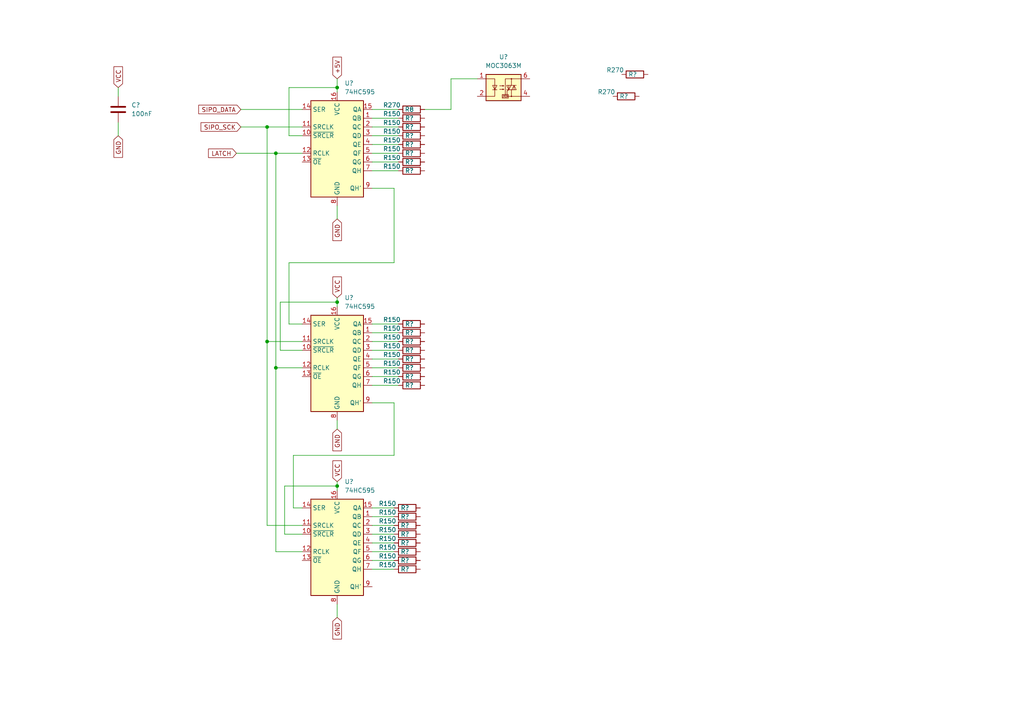
<source format=kicad_sch>
(kicad_sch (version 20250114) (generator "eeschema") (generator_version "9.0")
  (paper "A4")
  (lib_symbols
    (symbol "74xx:74HC595"
      (property "Reference" "U" (at -7.62 13.97 0))
      (property "Value" "74HC595" (at -7.62 -16.51 0))
      (symbol "74HC595_1_0"
        (pin input line (at -10.16 10.16 0) (length 2.54) (name "SER") (number "14"))
        (pin input line (at -10.16 5.08 0) (length 2.54) (name "SRCLK") (number "11"))
        (pin input line (at -10.16 2.54 0) (length 2.54) (name "~{SRCLR}") (number "10"))
        (pin input line (at -10.16 -2.54 0) (length 2.54) (name "RCLK") (number "12"))
        (pin input line (at -10.16 -5.08 0) (length 2.54) (name "~{OE}") (number "13"))
        (pin power_in line (at 0 15.24 270) (length 2.54) (name "VCC") (number "16"))
        (pin power_in line (at 0 -17.78 90) (length 2.54) (name "GND") (number "8"))
        (pin tri_state line (at 10.16 10.16 180) (length 2.54) (name "QA") (number "15"))
        (pin tri_state line (at 10.16 7.62 180) (length 2.54) (name "QB") (number "1"))
        (pin tri_state line (at 10.16 5.08 180) (length 2.54) (name "QC") (number "2"))
        (pin tri_state line (at 10.16 2.54 180) (length 2.54) (name "QD") (number "3"))
        (pin tri_state line (at 10.16 0 180) (length 2.54) (name "QE") (number "4"))
        (pin tri_state line (at 10.16 -2.54 180) (length 2.54) (name "QF") (number "5"))
        (pin tri_state line (at 10.16 -5.08 180) (length 2.54) (name "QG") (number "6"))
        (pin tri_state line (at 10.16 -7.62 180) (length 2.54) (name "QH") (number "7"))
        (pin output line (at 10.16 -12.7 180) (length 2.54) (name "QH'") (number "9"))
      )
      (symbol "74HC595_1_1"
        (rectangle (start -7.62 12.7) (end 7.62 -15.24) (stroke (width 0.254)) (fill (type background)))
      )
    )
    (symbol "Device:C" (pin_numbers (hide yes)) (pin_names (offset 0.254))
      (property "Reference" "C" (at 0.635 2.54 0))
      (property "Value" "C" (at 0.635 -2.54 0))
      (symbol "C_0_1"
        (polyline (pts (xy -2.032 0.762) (xy 2.032 0.762)) (stroke (width 0.508)))
        (polyline (pts (xy -2.032 -0.762) (xy 2.032 -0.762)) (stroke (width 0.508)))
      )
      (symbol "C_1_1"
        (pin passive line (at 0 3.81 270) (length 2.794) (name "~") (number "1"))
        (pin passive line (at 0 -3.81 90) (length 2.794) (name "~") (number "2"))
      )
    )
    (symbol "Device:R" (pin_numbers (hide yes)) (pin_names (offset 0))
      (property "Reference" "R" (at 2.032 0 90))
      (property "Value" "R" (at 0 0 90))
      (symbol "R_0_1"
        (rectangle (start -1.016 -2.54) (end 1.016 2.54) (stroke (width 0.254)))
      )
      (symbol "R_1_1"
        (pin passive line (at 0 3.81 270) (length 1.27) (name "~") (number "1"))
        (pin passive line (at 0 -3.81 90) (length 1.27) (name "~") (number "2"))
      )
    )
    (symbol "Relay_SolidState:MOC3063M"
      (property "Reference" "U" (at -5.08 5.08 0))
      (property "Value" "MOC3063M" (at 0 5.08 0))
      (symbol "MOC3063M_0_0"
        (rectangle (start -0.381 -2.032) (end 1.397 -3.048))
        (polyline (pts (xy 1.524 -0.635) (xy 1.016 -1.016) (xy 1.016 -2.032)))
        (polyline (pts (xy 2.286 -2.54) (xy 1.397 -2.54)))
        (text "ZCD" (at 0.508 -2.54 0) (effects (font (size 0.508 0.508))))
      )
      (symbol "MOC3063M_0_1"
        (rectangle (start -5.08 3.81) (end 5.08 -3.81) (stroke (width 0.254)) (fill (type background)))
        (polyline (pts (xy -5.08 2.54) (xy -2.54 2.54) (xy -2.54 -2.54) (xy -5.08 -2.54)))
        (polyline (pts (xy -3.175 -0.635) (xy -1.905 -0.635)))
        (polyline (pts (xy -2.54 -0.635) (xy -3.175 0.635) (xy -1.905 0.635) (xy -2.54 -0.635)))
        (polyline (pts (xy -1.143 0.508) (xy 0.127 0.508) (xy -0.254 0.381) (xy -0.254 0.635) (xy 0.127 0.508)))
        (polyline (pts (xy -1.143 -0.508) (xy 0.127 -0.508) (xy -0.254 -0.635) (xy -0.254 -0.381) (xy 0.127 -0.508)))
        (polyline (pts (xy 0.889 -0.635) (xy 3.683 -0.635) (xy 3.048 0.635) (xy 2.413 -0.635)))
        (polyline (pts (xy 1.524 -0.635) (xy 1.524 0.635)))
        (polyline (pts (xy 2.286 2.54) (xy 0.508 2.54) (xy 0.508 -2.032)))
        (circle (center 2.286 2.54) (radius 0.127))
        (polyline (pts (xy 2.286 0.635) (xy 2.286 2.54) (xy 5.08 2.54)))
        (polyline (pts (xy 2.286 -0.635) (xy 2.286 -2.54) (xy 5.08 -2.54)))
        (circle (center 2.286 -2.54) (radius 0.127))
        (polyline (pts (xy 3.048 0.635) (xy 3.048 -0.635)))
        (polyline (pts (xy 3.683 0.635) (xy 0.889 0.635) (xy 1.524 -0.635) (xy 2.159 0.635)))
      )
      (symbol "MOC3063M_1_1"
        (pin passive line (at -7.62 2.54 0) (length 2.54) (name "~") (number "1"))
        (pin passive line (at -7.62 -2.54 0) (length 2.54) (name "~") (number "2"))
        (pin no_connect line (at -5.08 0 0) (length 2.54) (hide yes) (name "NC") (number "3"))
        (pin no_connect line (at 5.08 0 180) (length 2.54) (hide yes) (name "NC") (number "5"))
        (pin passive line (at 7.62 2.54 180) (length 2.54) (name "~") (number "6"))
        (pin passive line (at 7.62 -2.54 180) (length 2.54) (name "~") (number "4"))
      )
    )
  )
  (junction (at 97.79 25.4))
  (junction (at 97.79 87.63))
  (junction (at 77.47 36.83))
  (junction (at 77.47 99.06))
  (junction (at 97.79 140.97))
  (junction (at 80.01 106.68))
  (junction (at 80.01 44.45))
  (wire (pts (xy 97.79 59.69) (xy 97.79 63.5)))
  (wire (pts (xy 130.81 22.86) (xy 138.43 22.86)))
  (wire (pts (xy 107.95 154.94) (xy 114.3 154.94)))
  (wire (pts (xy 83.82 93.98) (xy 87.63 93.98)))
  (wire (pts (xy 107.95 165.1) (xy 114.3 165.1)))
  (wire (pts (xy 87.63 106.68) (xy 80.01 106.68)))
  (wire (pts (xy 107.95 104.14) (xy 115.57 104.14)))
  (wire (pts (xy 107.95 93.98) (xy 115.57 93.98)))
  (wire (pts (xy 107.95 54.61) (xy 114.3 54.61)))
  (wire (pts (xy 107.95 152.4) (xy 114.3 152.4)))
  (wire (pts (xy 97.79 26.67) (xy 97.79 25.4)))
  (wire (pts (xy 107.95 96.52) (xy 115.57 96.52)))
  (wire (pts (xy 107.95 99.06) (xy 115.57 99.06)))
  (wire (pts (xy 81.28 87.63) (xy 97.79 87.63)))
  (wire (pts (xy 107.95 34.29) (xy 115.57 34.29)))
  (wire (pts (xy 97.79 25.4) (xy 97.79 22.86)))
  (wire (pts (xy 130.81 31.75) (xy 130.81 22.86)))
  (wire (pts (xy 107.95 111.76) (xy 115.57 111.76)))
  (wire (pts (xy 77.47 99.06) (xy 87.63 99.06)))
  (wire (pts (xy 80.01 160.02) (xy 80.01 106.68)))
  (wire (pts (xy 107.95 49.53) (xy 115.57 49.53)))
  (wire (pts (xy 34.29 25.4) (xy 34.29 27.94)))
  (wire (pts (xy 97.79 142.24) (xy 97.79 140.97)))
  (wire (pts (xy 34.29 35.56) (xy 34.29 39.37)))
  (wire (pts (xy 83.82 39.37) (xy 83.82 25.4)))
  (wire (pts (xy 107.95 147.32) (xy 114.3 147.32)))
  (wire (pts (xy 97.79 87.63) (xy 97.79 86.36)))
  (wire (pts (xy 80.01 44.45) (xy 68.58 44.45)))
  (wire (pts (xy 83.82 25.4) (xy 97.79 25.4)))
  (wire (pts (xy 87.63 101.6) (xy 81.28 101.6)))
  (wire (pts (xy 114.3 76.2) (xy 83.82 76.2)))
  (wire (pts (xy 87.63 154.94) (xy 82.55 154.94)))
  (wire (pts (xy 107.95 44.45) (xy 115.57 44.45)))
  (wire (pts (xy 83.82 76.2) (xy 83.82 93.98)))
  (wire (pts (xy 107.95 101.6) (xy 115.57 101.6)))
  (wire (pts (xy 97.79 140.97) (xy 97.79 139.7)))
  (wire (pts (xy 107.95 41.91) (xy 115.57 41.91)))
  (wire (pts (xy 107.95 116.84) (xy 114.3 116.84)))
  (wire (pts (xy 107.95 157.48) (xy 114.3 157.48)))
  (wire (pts (xy 80.01 106.68) (xy 80.01 44.45)))
  (wire (pts (xy 114.3 54.61) (xy 114.3 76.2)))
  (wire (pts (xy 123.19 31.75) (xy 130.81 31.75)))
  (wire (pts (xy 97.79 124.46) (xy 97.79 121.92)))
  (wire (pts (xy 82.55 140.97) (xy 97.79 140.97)))
  (wire (pts (xy 107.95 109.22) (xy 115.57 109.22)))
  (wire (pts (xy 87.63 147.32) (xy 85.09 147.32)))
  (wire (pts (xy 81.28 101.6) (xy 81.28 87.63)))
  (wire (pts (xy 107.95 46.99) (xy 115.57 46.99)))
  (wire (pts (xy 107.95 162.56) (xy 114.3 162.56)))
  (wire (pts (xy 97.79 88.9) (xy 97.79 87.63)))
  (wire (pts (xy 97.79 175.26) (xy 97.79 179.07)))
  (wire (pts (xy 77.47 36.83) (xy 87.63 36.83)))
  (wire (pts (xy 77.47 36.83) (xy 77.47 99.06)))
  (wire (pts (xy 114.3 116.84) (xy 114.3 132.08)))
  (wire (pts (xy 85.09 132.08) (xy 85.09 147.32)))
  (wire (pts (xy 77.47 152.4) (xy 87.63 152.4)))
  (wire (pts (xy 82.55 154.94) (xy 82.55 140.97)))
  (wire (pts (xy 114.3 132.08) (xy 85.09 132.08)))
  (wire (pts (xy 87.63 39.37) (xy 83.82 39.37)))
  (wire (pts (xy 69.85 36.83) (xy 77.47 36.83)))
  (wire (pts (xy 107.95 39.37) (xy 115.57 39.37)))
  (wire (pts (xy 107.95 160.02) (xy 114.3 160.02)))
  (wire (pts (xy 107.95 149.86) (xy 114.3 149.86)))
  (wire (pts (xy 107.95 36.83) (xy 115.57 36.83)))
  (wire (pts (xy 87.63 160.02) (xy 80.01 160.02)))
  (wire (pts (xy 87.63 44.45) (xy 80.01 44.45)))
  (wire (pts (xy 69.85 31.75) (xy 87.63 31.75)))
  (wire (pts (xy 107.95 106.68) (xy 115.57 106.68)))
  (wire (pts (xy 107.95 31.75) (xy 115.57 31.75)))
  (wire (pts (xy 77.47 99.06) (xy 77.47 152.4)))
  (global_label "GND" (shape input) (at 97.79 179.07 270) (property "Intersheetrefs" "${INTERSHEET_REFS}" (effects (hide yes))))
  (global_label "+5V" (shape input) (at 97.79 22.86 90) (property "Intersheetrefs" "${INTERSHEET_REFS}" (effects (hide yes))))
  (global_label "SIPO_DATA" (shape input) (at 69.85 31.75 180) (property "Intersheetrefs" "${INTERSHEET_REFS}" (effects (hide yes))))
  (global_label "VCC" (shape input) (at 34.29 25.4 90) (property "Intersheetrefs" "${INTERSHEET_REFS}" (effects (hide yes))))
  (global_label "SIPO_SCK" (shape input) (at 69.85 36.83 180) (property "Intersheetrefs" "${INTERSHEET_REFS}" (effects (hide yes))))
  (global_label "GND" (shape input) (at 97.79 63.5 270) (property "Intersheetrefs" "${INTERSHEET_REFS}" (effects (hide yes))))
  (global_label "VCC" (shape input) (at 97.79 139.7 90) (property "Intersheetrefs" "${INTERSHEET_REFS}" (effects (hide yes))))
  (global_label "GND" (shape input) (at 97.79 124.46 270) (property "Intersheetrefs" "${INTERSHEET_REFS}" (effects (hide yes))))
  (global_label "GND" (shape input) (at 34.29 39.37 270) (property "Intersheetrefs" "${INTERSHEET_REFS}" (effects (hide yes))))
  (global_label "VCC" (shape input) (at 97.79 86.36 90) (property "Intersheetrefs" "${INTERSHEET_REFS}" (effects (hide yes))))
  (global_label "LATCH" (shape input) (at 68.58 44.45 180) (property "Intersheetrefs" "${INTERSHEET_REFS}" (effects (hide yes))))
  (symbol (lib_id "Device:R") (at 119.38 93.98 90) (unit 1)
    (property "Reference" "R?" (at 118.745 93.98 90))
    (property "Value" "R150" (at 113.665 92.71 90))
    (property "Description" "Resistor" (effects (hide yes)))
  )
  (symbol (lib_id "Device:R") (at 119.38 41.91 90) (unit 1)
    (property "Reference" "R?" (at 118.745 41.91 90))
    (property "Value" "R150" (at 113.665 40.64 90))
    (property "Description" "Resistor" (effects (hide yes)))
  )
  (symbol (lib_id "Device:R") (at 118.11 160.02 90) (unit 1)
    (property "Reference" "R?" (at 117.475 160.02 90))
    (property "Value" "R150" (at 112.395 158.75 90))
    (property "Description" "Resistor" (effects (hide yes)))
  )
  (symbol (lib_id "Device:R") (at 119.38 34.29 90) (unit 1)
    (property "Reference" "R?" (at 118.745 34.29 90))
    (property "Value" "R150" (at 113.665 33.02 90))
    (property "Description" "Resistor" (effects (hide yes)))
  )
  (symbol (lib_id "74xx:74HC595") (at 97.79 104.14 0) (unit 1)
    (property "Reference" "U?" (at 99.9333 86.36 0) (effects (justify left)))
    (property "Value" "74HC595" (at 99.9333 88.9 0) (effects (justify left)))
    (property "Datasheet" "http://www.ti.com/lit/ds/symlink/sn74hc595.pdf" (effects (hide yes)))
    (property "Description" "8-bit serial in/out Shift Register 3-State Outputs" (effects (hide yes)))
  )
  (symbol (lib_id "Device:R") (at 119.38 31.75 90) (unit 1)
    (property "Reference" "R8" (at 118.745 31.75 90))
    (property "Value" "R270" (at 113.665 30.48 90))
    (property "Description" "Resistor" (effects (hide yes)))
  )
  (symbol (lib_id "Device:R") (at 119.38 106.68 90) (unit 1)
    (property "Reference" "R?" (at 118.745 106.68 90))
    (property "Value" "R150" (at 113.665 105.41 90))
    (property "Description" "Resistor" (effects (hide yes)))
  )
  (symbol (lib_id "Device:R") (at 119.38 49.53 90) (unit 1)
    (property "Reference" "R?" (at 118.745 49.53 90))
    (property "Value" "R150" (at 113.665 48.26 90))
    (property "Description" "Resistor" (effects (hide yes)))
  )
  (symbol (lib_id "Device:R") (at 118.11 147.32 90) (unit 1)
    (property "Reference" "R?" (at 117.475 147.32 90))
    (property "Value" "R150" (at 112.395 146.05 90))
    (property "Description" "Resistor" (effects (hide yes)))
  )
  (symbol (lib_id "Device:R") (at 118.11 157.48 90) (unit 1)
    (property "Reference" "R?" (at 117.475 157.48 90))
    (property "Value" "R150" (at 112.395 156.21 90))
    (property "Description" "Resistor" (effects (hide yes)))
  )
  (symbol (lib_id "Device:R") (at 118.11 165.1 90) (unit 1)
    (property "Reference" "R?" (at 117.475 165.1 90))
    (property "Value" "R150" (at 112.395 163.83 90))
    (property "Description" "Resistor" (effects (hide yes)))
  )
  (symbol (lib_id "74xx:74HC595") (at 97.79 41.91 0) (unit 1)
    (property "Reference" "U?" (at 99.9333 24.13 0) (effects (justify left)))
    (property "Value" "74HC595" (at 99.9333 26.67 0) (effects (justify left)))
    (property "Datasheet" "http://www.ti.com/lit/ds/symlink/sn74hc595.pdf" (effects (hide yes)))
    (property "Description" "8-bit serial in/out Shift Register 3-State Outputs" (effects (hide yes)))
  )
  (symbol (lib_id "Device:R") (at 119.38 101.6 90) (unit 1)
    (property "Reference" "R?" (at 118.745 101.6 90))
    (property "Value" "R150" (at 113.665 100.33 90))
    (property "Description" "Resistor" (effects (hide yes)))
  )
  (symbol (lib_id "Device:R") (at 119.38 104.14 90) (unit 1)
    (property "Reference" "R?" (at 118.745 104.14 90))
    (property "Value" "R150" (at 113.665 102.87 90))
    (property "Description" "Resistor" (effects (hide yes)))
  )
  (symbol (lib_id "Device:R") (at 119.38 99.06 90) (unit 1)
    (property "Reference" "R?" (at 118.745 99.06 90))
    (property "Value" "R150" (at 113.665 97.79 90))
    (property "Description" "Resistor" (effects (hide yes)))
  )
  (symbol (lib_id "Device:R") (at 119.38 96.52 90) (unit 1)
    (property "Reference" "R?" (at 118.745 96.52 90))
    (property "Value" "R150" (at 113.665 95.25 90))
    (property "Description" "Resistor" (effects (hide yes)))
  )
  (symbol (lib_id "Device:R") (at 184.15 21.59 90) (unit 1)
    (property "Reference" "R?" (at 183.515 21.59 90))
    (property "Value" "R270" (at 178.435 20.32 90))
    (property "Description" "Resistor" (effects (hide yes)))
  )
  (symbol (lib_id "Device:R") (at 119.38 44.45 90) (unit 1)
    (property "Reference" "R?" (at 118.745 44.45 90))
    (property "Value" "R150" (at 113.665 43.18 90))
    (property "Description" "Resistor" (effects (hide yes)))
  )
  (symbol (lib_id "Device:C") (at 34.29 31.75 0) (unit 1)
    (property "Reference" "C?" (at 38.1 30.4799 0) (effects (justify left)))
    (property "Value" "100nF" (at 38.1 33.0199 0) (effects (justify left)))
    (property "Description" "Unpolarized capacitor" (effects (hide yes)))
  )
  (symbol (lib_id "Device:R") (at 181.61 27.94 90) (unit 1)
    (property "Reference" "R?" (at 180.975 27.94 90))
    (property "Value" "R270" (at 175.895 26.67 90))
    (property "Description" "Resistor" (effects (hide yes)))
  )
  (symbol (lib_id "Device:R") (at 118.11 152.4 90) (unit 1)
    (property "Reference" "R?" (at 117.475 152.4 90))
    (property "Value" "R150" (at 112.395 151.13 90))
    (property "Description" "Resistor" (effects (hide yes)))
  )
  (symbol (lib_id "Device:R") (at 119.38 36.83 90) (unit 1)
    (property "Reference" "R?" (at 118.745 36.83 90))
    (property "Value" "R150" (at 113.665 35.56 90))
    (property "Description" "Resistor" (effects (hide yes)))
  )
  (symbol (lib_id "Device:R") (at 118.11 154.94 90) (unit 1)
    (property "Reference" "R?" (at 117.475 154.94 90))
    (property "Value" "R150" (at 112.395 153.67 90))
    (property "Description" "Resistor" (effects (hide yes)))
  )
  (symbol (lib_id "Device:R") (at 118.11 149.86 90) (unit 1)
    (property "Reference" "R?" (at 117.475 149.86 90))
    (property "Value" "R150" (at 112.395 148.59 90))
    (property "Description" "Resistor" (effects (hide yes)))
  )
  (symbol (lib_id "Device:R") (at 118.11 162.56 90) (unit 1)
    (property "Reference" "R?" (at 117.475 162.56 90))
    (property "Value" "R150" (at 112.395 161.29 90))
    (property "Description" "Resistor" (effects (hide yes)))
  )
  (symbol (lib_id "Device:R") (at 119.38 46.99 90) (unit 1)
    (property "Reference" "R?" (at 118.745 46.99 90))
    (property "Value" "R150" (at 113.665 45.72 90))
    (property "Description" "Resistor" (effects (hide yes)))
  )
  (symbol (lib_id "Device:R") (at 119.38 111.76 90) (unit 1)
    (property "Reference" "R?" (at 118.745 111.76 90))
    (property "Value" "R150" (at 113.665 110.49 90))
    (property "Description" "Resistor" (effects (hide yes)))
  )
  (symbol (lib_id "Device:R") (at 119.38 39.37 90) (unit 1)
    (property "Reference" "R?" (at 118.745 39.37 90))
    (property "Value" "R150" (at 113.665 38.1 90))
    (property "Description" "Resistor" (effects (hide yes)))
  )
  (symbol (lib_id "74xx:74HC595") (at 97.79 157.48 0) (unit 1)
    (property "Reference" "U?" (at 99.9333 139.7 0) (effects (justify left)))
    (property "Value" "74HC595" (at 99.9333 142.24 0) (effects (justify left)))
    (property "Datasheet" "http://www.ti.com/lit/ds/symlink/sn74hc595.pdf" (effects (hide yes)))
    (property "Description" "8-bit serial in/out Shift Register 3-State Outputs" (effects (hide yes)))
  )
  (symbol (lib_id "Device:R") (at 119.38 109.22 90) (unit 1)
    (property "Reference" "R?" (at 118.745 109.22 90))
    (property "Value" "R150" (at 113.665 107.95 90))
    (property "Description" "Resistor" (effects (hide yes)))
  )
  (symbol (lib_id "Relay_SolidState:MOC3063M") (at 146.05 25.4 0) (unit 1)
    (property "Reference" "U?" (at 146.05 16.51 0))
    (property "Value" "MOC3063M" (at 146.05 19.05 0))
    (property "Datasheet" "https://www.onsemi.com/pub/Collateral/MOC3163M-D.pdf" (effects (hide yes)))
    (property "Description" "Zero Cross Opto-Triac, Vdrm 600V, Ift 5mA, DIP6" (effects (hide yes)))
  )
)
</source>
